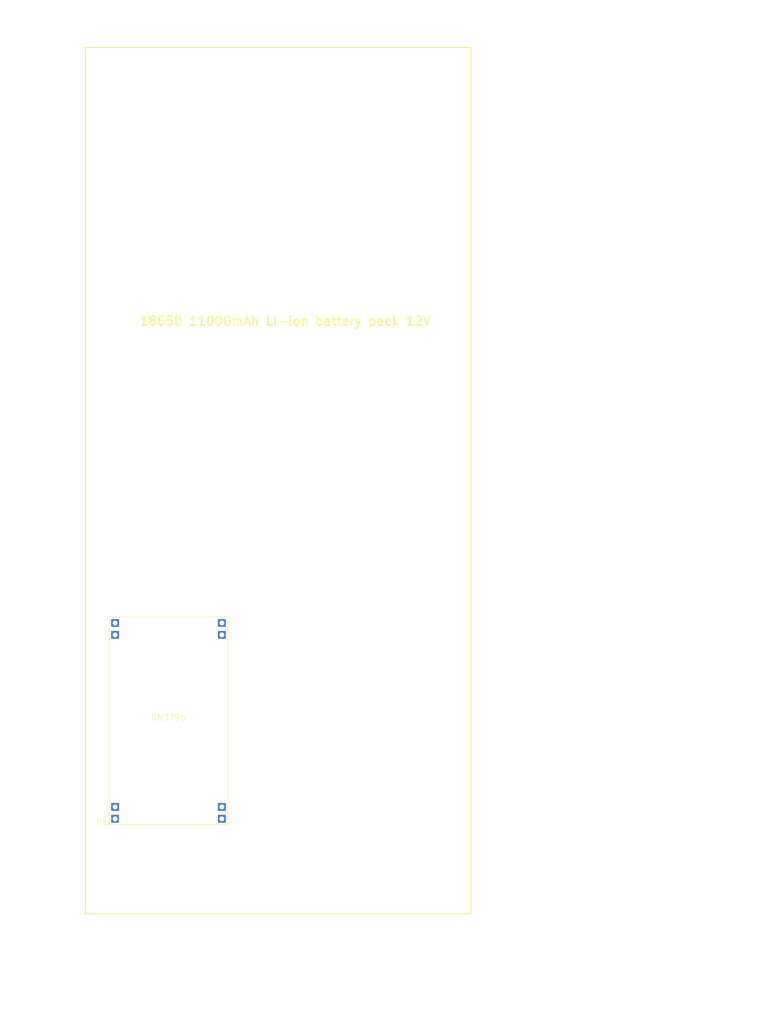
<source format=kicad_pcb>
(kicad_pcb (version 20241229) (generator "pcbnew") (generator_version "9.0")
  (layers (0 "F.Cu" signal) (2 "B.Cu" signal) (13 "F.Paste" user) (15 "B.Paste" user) (5 "F.SilkS" user "F.Silkscreen") (7 "B.SilkS" user "B.Silkscreen") (1 "F.Mask" user) (3 "B.Mask" user) (25 "Edge.Cuts" user))
  (net 0 "")
  (footprint "CN3795:CN3795_breakout_board" (layer "F.Cu") (at 49 157)
    (property "Reference" "REF**" (at 0 -0.5 0) (layer "F.SilkS") (effects (font (thickness 0.1))))
    (property "Value" "CN3795_breakout_board")
    (fp_rect (start 0 -35) (end 20 0) (stroke (width 0.1)) (fill no) (layer "F.SilkS"))
    (fp_text user "CN3795" (at 7 -17.5 0) (layer "F.SilkS") (effects (font (thickness 0.1)) (justify left bottom)))
    (pad "BAT+" thru_hole rect (at 19 -3) (size 1.308 1.308) (drill 0.8) (layers "*.Cu" "*.Mask"))
    (pad "BAT+" thru_hole rect (at 19 -1) (size 1.308 1.308) (drill 0.8) (layers "*.Cu" "*.Mask"))
    (pad "BAT-" thru_hole rect (at 1 -3) (size 1.308 1.308) (drill 0.8) (layers "*.Cu" "*.Mask"))
    (pad "BAT-" thru_hole rect (at 1 -1) (size 1.308 1.308) (drill 0.8) (layers "*.Cu" "*.Mask"))
    (pad "VIN+" thru_hole rect (at 19 -34) (size 1.308 1.308) (drill 0.8) (layers "*.Cu" "*.Mask"))
    (pad "VIN+" thru_hole rect (at 19 -32) (size 1.308 1.308) (drill 0.8) (layers "*.Cu" "*.Mask"))
    (pad "VIN-" thru_hole rect (at 1 -34) (size 1.308 1.308) (drill 0.8) (layers "*.Cu" "*.Mask"))
    (pad "VIN-" thru_hole rect (at 1 -32) (size 1.308 1.308) (drill 0.8) (layers "*.Cu" "*.Mask"))
  )
  (gr_rect (start 45 26) (end 110 172) (stroke (width 0.2)) (fill no) (layer "F.SilkS"))
  (gr_text "18650 11000mAh Li-ion battery pack 12V\n" (at 54 73 0) (layer "F.SilkS") (effects (font (size 1.5 1.5) (thickness 0.3) (bold yes)) (justify left bottom)))
)
</source>
